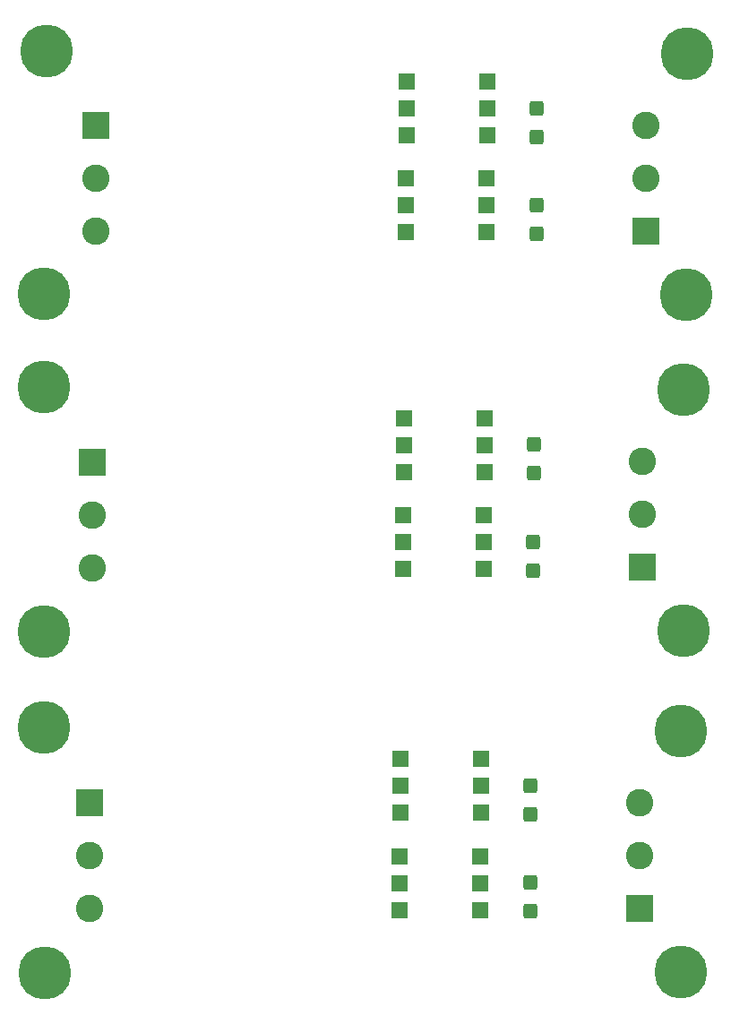
<source format=gbr>
%TF.GenerationSoftware,KiCad,Pcbnew,9.0.0-9.0.0-2~ubuntu22.04.1*%
%TF.CreationDate,2025-03-13T08:20:24+01:00*%
%TF.ProjectId,detec_power,64657465-635f-4706-9f77-65722e6b6963,rev?*%
%TF.SameCoordinates,Original*%
%TF.FileFunction,Soldermask,Top*%
%TF.FilePolarity,Negative*%
%FSLAX46Y46*%
G04 Gerber Fmt 4.6, Leading zero omitted, Abs format (unit mm)*
G04 Created by KiCad (PCBNEW 9.0.0-9.0.0-2~ubuntu22.04.1) date 2025-03-13 08:20:24*
%MOMM*%
%LPD*%
G01*
G04 APERTURE LIST*
G04 Aperture macros list*
%AMRoundRect*
0 Rectangle with rounded corners*
0 $1 Rounding radius*
0 $2 $3 $4 $5 $6 $7 $8 $9 X,Y pos of 4 corners*
0 Add a 4 corners polygon primitive as box body*
4,1,4,$2,$3,$4,$5,$6,$7,$8,$9,$2,$3,0*
0 Add four circle primitives for the rounded corners*
1,1,$1+$1,$2,$3*
1,1,$1+$1,$4,$5*
1,1,$1+$1,$6,$7*
1,1,$1+$1,$8,$9*
0 Add four rect primitives between the rounded corners*
20,1,$1+$1,$2,$3,$4,$5,0*
20,1,$1+$1,$4,$5,$6,$7,0*
20,1,$1+$1,$6,$7,$8,$9,0*
20,1,$1+$1,$8,$9,$2,$3,0*%
G04 Aperture macros list end*
%ADD10RoundRect,0.250000X-0.425000X0.450000X-0.425000X-0.450000X0.425000X-0.450000X0.425000X0.450000X0*%
%ADD11R,2.600000X2.600000*%
%ADD12C,2.600000*%
%ADD13C,5.000000*%
%ADD14R,1.600000X1.600000*%
G04 APERTURE END LIST*
D10*
%TO.C,C1*%
X167550000Y-120760000D03*
X167550000Y-123460000D03*
%TD*%
D11*
%TO.C,J2*%
X178170000Y-90940000D03*
D12*
X178170000Y-85940000D03*
X178170000Y-80940000D03*
%TD*%
D10*
%TO.C,C2*%
X167620000Y-111590000D03*
X167620000Y-114290000D03*
%TD*%
D13*
%TO.C,H1*%
X121870000Y-42150000D03*
%TD*%
D14*
%TO.C,U1*%
X155540000Y-86000000D03*
X155540000Y-88540000D03*
X155540000Y-91080000D03*
X163160000Y-91080000D03*
X163160000Y-88540000D03*
X163160000Y-86000000D03*
%TD*%
D10*
%TO.C,C2*%
X167900000Y-79360000D03*
X167900000Y-82060000D03*
%TD*%
%TO.C,C1*%
X168140000Y-56740000D03*
X168140000Y-59440000D03*
%TD*%
D13*
%TO.C,H2*%
X121620000Y-97050000D03*
%TD*%
%TO.C,H3*%
X181810000Y-106420000D03*
%TD*%
D11*
%TO.C,J1*%
X126195000Y-80990000D03*
D12*
X126195000Y-85990000D03*
X126195000Y-90990000D03*
%TD*%
D14*
%TO.C,U2*%
X155340000Y-109070000D03*
X155340000Y-111610000D03*
X155340000Y-114150000D03*
X162960000Y-114150000D03*
X162960000Y-111610000D03*
X162960000Y-109070000D03*
%TD*%
D13*
%TO.C,H2*%
X121610000Y-65130000D03*
%TD*%
D11*
%TO.C,J1*%
X125915000Y-113220000D03*
D12*
X125915000Y-118220000D03*
X125915000Y-123220000D03*
%TD*%
D11*
%TO.C,J1*%
X126505000Y-49200000D03*
D12*
X126505000Y-54200000D03*
X126505000Y-59200000D03*
%TD*%
D14*
%TO.C,U2*%
X155930000Y-45050000D03*
X155930000Y-47590000D03*
X155930000Y-50130000D03*
X163550000Y-50130000D03*
X163550000Y-47590000D03*
X163550000Y-45050000D03*
%TD*%
D11*
%TO.C,J2*%
X178480000Y-59150000D03*
D12*
X178480000Y-54150000D03*
X178480000Y-49150000D03*
%TD*%
D13*
%TO.C,H2*%
X121740000Y-129300000D03*
%TD*%
D14*
%TO.C,U1*%
X155850000Y-54210000D03*
X155850000Y-56750000D03*
X155850000Y-59290000D03*
X163470000Y-59290000D03*
X163470000Y-56750000D03*
X163470000Y-54210000D03*
%TD*%
D13*
%TO.C,H3*%
X182400000Y-42400000D03*
%TD*%
D14*
%TO.C,U2*%
X155620000Y-76840000D03*
X155620000Y-79380000D03*
X155620000Y-81920000D03*
X163240000Y-81920000D03*
X163240000Y-79380000D03*
X163240000Y-76840000D03*
%TD*%
D13*
%TO.C,H4*%
X182360000Y-65180000D03*
%TD*%
%TO.C,H3*%
X182090000Y-74190000D03*
%TD*%
%TO.C,H1*%
X121640000Y-73920000D03*
%TD*%
%TO.C,H4*%
X182050000Y-96970000D03*
%TD*%
D11*
%TO.C,J2*%
X177890000Y-123170000D03*
D12*
X177890000Y-118170000D03*
X177890000Y-113170000D03*
%TD*%
D10*
%TO.C,C2*%
X168210000Y-47570000D03*
X168210000Y-50270000D03*
%TD*%
D14*
%TO.C,U1*%
X155260000Y-118230000D03*
X155260000Y-120770000D03*
X155260000Y-123310000D03*
X162880000Y-123310000D03*
X162880000Y-120770000D03*
X162880000Y-118230000D03*
%TD*%
D13*
%TO.C,H4*%
X181770000Y-129200000D03*
%TD*%
D10*
%TO.C,C1*%
X167830000Y-88530000D03*
X167830000Y-91230000D03*
%TD*%
D13*
%TO.C,H1*%
X121640000Y-106120000D03*
%TD*%
M02*

</source>
